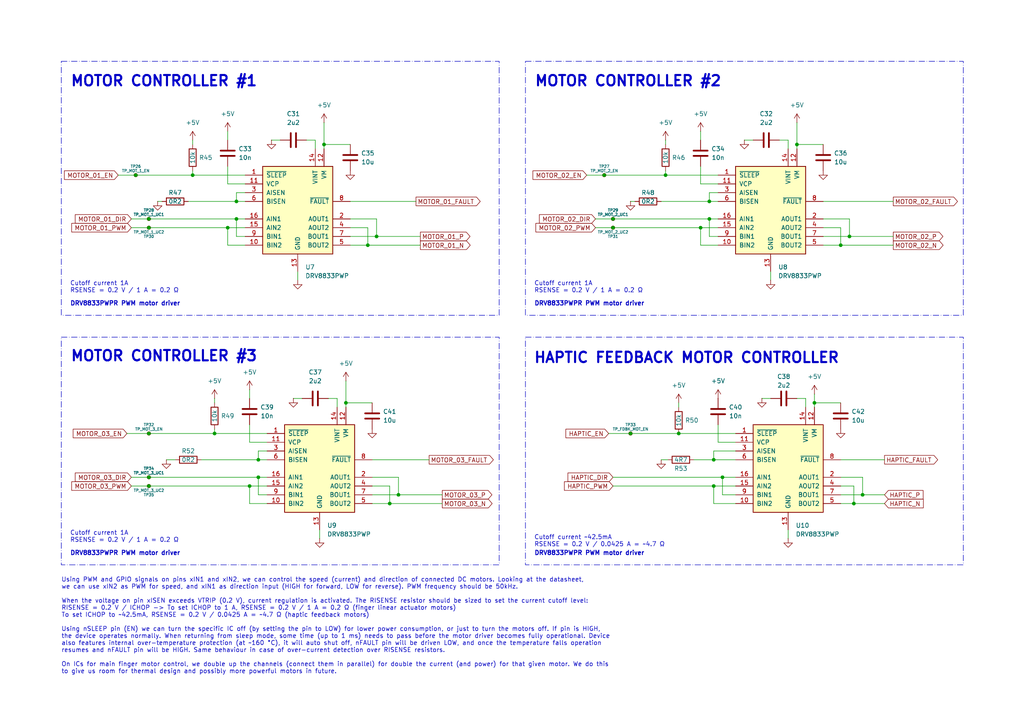
<source format=kicad_sch>
(kicad_sch (version 20231120) (generator "eeschema") (generator_version "8.0")
  (paper "A4")
  (title_block (title "OpenHand prosthetic hand controller project") (date "2024-01-31") (rev "v1.0") (comment 1 "Aleksa Heler"))
  (lib_symbols
    (symbol "Connector:TestPoint_Small" (pin_numbers hide) (pin_names (offset 0.762) hide)
      (property "Reference" "TP" (at 0 3.81 0))
      (property "Value" "TestPoint_Small" (at 0 2.032 0))
      (symbol "TestPoint_Small_0_1"
        (circle (center 0 0) (radius 0.508))
      )
      (symbol "TestPoint_Small_1_1"
        (pin passive line (at 0 0 90) (length 0) (name "1") (number "1"))
      )
    )
    (symbol "DRV8833PWP_1" (pin_names (offset 1.016))
      (property "Reference" "U" (at -3.81 16.51 0))
      (property "Value" "DRV8833PWP" (at -3.81 13.97 0))
      (symbol "DRV8833PWP_1_0_1"
        (rectangle (start -10.16 12.7) (end 10.16 -12.7) (stroke (width 0.254)) (fill (type background)))
      )
      (symbol "DRV8833PWP_1_1_1"
        (pin input line (at -15.24 10.16 0) (length 5.08) (name "~{SLEEP}") (number "1"))
        (pin input line (at -15.24 -10.16 0) (length 5.08) (name "BIN2") (number "10"))
        (pin bidirectional line (at -15.24 7.62 0) (length 5.08) (name "VCP") (number "11"))
        (pin power_in line (at 7.62 17.78 270) (length 5.08) (name "VM") (number "12"))
        (pin power_in line (at 0 -17.78 90) (length 5.08) (name "GND") (number "13"))
        (pin power_in line (at 5.08 17.78 270) (length 5.08) (name "VINT") (number "14"))
        (pin input line (at -15.24 -5.08 0) (length 5.08) (name "AIN2") (number "15"))
        (pin input line (at -15.24 -2.54 0) (length 5.08) (name "AIN1") (number "16"))
        (pin passive line (at 0 -17.78 90) (length 5.08) hide (name "GND") (number "17"))
        (pin power_out line (at 15.24 -2.54 180) (length 5.08) (name "AOUT1") (number "2"))
        (pin bidirectional line (at -15.24 5.08 0) (length 5.08) (name "AISEN") (number "3"))
        (pin power_out line (at 15.24 -5.08 180) (length 5.08) (name "AOUT2") (number "4"))
        (pin power_out line (at 15.24 -10.16 180) (length 5.08) (name "BOUT2") (number "5"))
        (pin bidirectional line (at -15.24 2.54 0) (length 5.08) (name "BISEN") (number "6"))
        (pin power_out line (at 15.24 -7.62 180) (length 5.08) (name "BOUT1") (number "7"))
        (pin open_collector line (at 15.24 2.54 180) (length 5.08) (name "~{FAULT}") (number "8"))
        (pin input line (at -15.24 -7.62 0) (length 5.08) (name "BIN1") (number "9"))
      )
    )
    (symbol "Device:C" (pin_numbers hide) (pin_names (offset 0.254))
      (property "Reference" "C" (at 0.635 2.54 0))
      (property "Value" "C" (at 0.635 -2.54 0))
      (symbol "C_0_1"
        (polyline (pts (xy -2.032 -0.762) (xy 2.032 -0.762)) (stroke (width 0.508)))
        (polyline (pts (xy -2.032 0.762) (xy 2.032 0.762)) (stroke (width 0.508)))
      )
      (symbol "C_1_1"
        (pin passive line (at 0 3.81 270) (length 2.794) (name "~") (number "1"))
        (pin passive line (at 0 -3.81 90) (length 2.794) (name "~") (number "2"))
      )
    )
    (symbol "Device:R" (pin_numbers hide) (pin_names (offset 0))
      (property "Reference" "R" (at 2.032 0 90))
      (property "Value" "R" (at 0 0 90))
      (symbol "R_0_1"
        (rectangle (start -1.016 -2.54) (end 1.016 2.54) (stroke (width 0.254)))
      )
      (symbol "R_1_1"
        (pin passive line (at 0 3.81 270) (length 1.27) (name "~") (number "1"))
        (pin passive line (at 0 -3.81 90) (length 1.27) (name "~") (number "2"))
      )
    )
    (symbol "power:+5V" (power) (pin_numbers hide) (pin_names (offset 0) hide)
      (property "Value" "+5V" (at 0 3.556 0))
      (symbol "+5V_0_1"
        (polyline (pts (xy -0.762 1.27) (xy 0 2.54)))
        (polyline (pts (xy 0 0) (xy 0 2.54)))
        (polyline (pts (xy 0 2.54) (xy 0.762 1.27)))
      )
      (symbol "+5V_1_1"
        (pin power_in line (at 0 0 90) (length 0) (name "~") (number "1"))
      )
    )
    (symbol "power:GND" (power) (pin_numbers hide) (pin_names (offset 0) hide)
      (property "Value" "GND" (at 0 -3.81 0))
      (symbol "GND_0_1"
        (polyline (pts (xy 0 0) (xy 0 -1.27) (xy 1.27 -1.27) (xy 0 -2.54) (xy -1.27 -1.27) (xy 0 -1.27)))
      )
      (symbol "GND_1_1"
        (pin power_in line (at 0 0 270) (length 0) (name "~") (number "1"))
      )
    )
  )
  (junction (at 74.93 138.43))
  (junction (at 193.04 50.8))
  (junction (at 247.65 146.05))
  (junction (at 205.74 63.5))
  (junction (at 93.98 41.91))
  (junction (at 207.01 140.97))
  (junction (at 175.26 50.8))
  (junction (at 177.8 66.04))
  (junction (at 68.58 58.42))
  (junction (at 62.23 125.73))
  (junction (at 43.18 66.04))
  (junction (at 74.93 133.35))
  (junction (at 55.88 50.8))
  (junction (at 205.74 58.42))
  (junction (at 196.85 125.73))
  (junction (at 243.84 71.12))
  (junction (at 209.55 138.43))
  (junction (at 246.38 68.58))
  (junction (at 72.39 140.97))
  (junction (at 113.03 146.05))
  (junction (at 109.22 68.58))
  (junction (at 43.18 63.5))
  (junction (at 231.14 41.91))
  (junction (at 207.01 133.35))
  (junction (at 43.18 140.97))
  (junction (at 43.18 138.43))
  (junction (at 43.18 125.73))
  (junction (at 182.88 125.73))
  (junction (at 39.37 50.8))
  (junction (at 68.58 63.5))
  (junction (at 115.57 143.51))
  (junction (at 250.19 143.51))
  (junction (at 100.33 116.84))
  (junction (at 203.2 66.04))
  (junction (at 66.04 66.04))
  (junction (at 177.8 63.5))
  (junction (at 236.22 116.84))
  (junction (at 106.68 71.12))
  (wire (pts (xy 203.2 66.04) (xy 203.2 71.12)))
  (wire (pts (xy 106.68 71.12) (xy 101.6 71.12)))
  (wire (pts (xy 66.04 53.34) (xy 71.12 53.34)))
  (wire (pts (xy 68.58 68.58) (xy 71.12 68.58)))
  (wire (pts (xy 66.04 38.1) (xy 66.04 40.64)))
  (wire (pts (xy 71.12 66.04) (xy 66.04 66.04)))
  (wire (pts (xy 209.55 143.51) (xy 209.55 138.43)))
  (wire (pts (xy 86.36 78.74) (xy 86.36 81.28)))
  (wire (pts (xy 106.68 66.04) (xy 106.68 71.12)))
  (wire (pts (xy 201.295 133.35) (xy 207.01 133.35)))
  (wire (pts (xy 107.95 143.51) (xy 115.57 143.51)))
  (wire (pts (xy 175.26 50.8) (xy 193.04 50.8)))
  (wire (pts (xy 205.74 55.88) (xy 205.74 58.42)))
  (wire (pts (xy 209.55 138.43) (xy 213.36 138.43)))
  (wire (pts (xy 233.68 115.57) (xy 233.68 118.11)))
  (wire (pts (xy 205.74 58.42) (xy 208.28 58.42)))
  (wire (pts (xy 113.03 140.97) (xy 113.03 146.05)))
  (wire (pts (xy 207.01 140.97) (xy 213.36 140.97)))
  (wire (pts (xy 38.1 63.5) (xy 43.18 63.5)))
  (wire (pts (xy 107.95 133.35) (xy 124.46 133.35)))
  (wire (pts (xy 250.19 143.51) (xy 256.54 143.51)))
  (wire (pts (xy 85.09 115.57) (xy 87.63 115.57)))
  (wire (pts (xy 43.18 63.5) (xy 68.58 63.5)))
  (wire (pts (xy 238.76 66.04) (xy 243.84 66.04)))
  (wire (pts (xy 106.68 71.12) (xy 121.92 71.12)))
  (wire (pts (xy 170.18 50.8) (xy 175.26 50.8)))
  (wire (pts (xy 101.6 58.42) (xy 120.65 58.42)))
  (wire (pts (xy 193.04 40.64) (xy 193.04 41.91)))
  (wire (pts (xy 93.98 41.91) (xy 93.98 43.18)))
  (wire (pts (xy 38.1 140.97) (xy 43.18 140.97)))
  (wire (pts (xy 203.2 53.34) (xy 208.28 53.34)))
  (wire (pts (xy 247.65 140.97) (xy 247.65 146.05)))
  (wire (pts (xy 66.04 48.26) (xy 66.04 53.34)))
  (wire (pts (xy 215.9 40.64) (xy 218.44 40.64)))
  (wire (pts (xy 68.58 63.5) (xy 68.58 68.58)))
  (wire (pts (xy 93.98 35.56) (xy 93.98 41.91)))
  (wire (pts (xy 101.6 66.04) (xy 106.68 66.04)))
  (wire (pts (xy 208.28 123.19) (xy 208.28 128.27)))
  (wire (pts (xy 107.95 140.97) (xy 113.03 140.97)))
  (wire (pts (xy 101.6 68.58) (xy 109.22 68.58)))
  (wire (pts (xy 182.88 58.42) (xy 184.15 58.42)))
  (wire (pts (xy 207.01 130.81) (xy 213.36 130.81)))
  (wire (pts (xy 177.8 140.97) (xy 207.01 140.97)))
  (wire (pts (xy 109.22 68.58) (xy 121.92 68.58)))
  (wire (pts (xy 176.53 125.73) (xy 182.88 125.73)))
  (wire (pts (xy 243.84 138.43) (xy 250.19 138.43)))
  (wire (pts (xy 72.39 113.03) (xy 72.39 115.57)))
  (wire (pts (xy 220.98 115.57) (xy 223.52 115.57)))
  (wire (pts (xy 191.77 133.35) (xy 193.675 133.35)))
  (wire (pts (xy 213.36 146.05) (xy 207.01 146.05)))
  (wire (pts (xy 74.93 133.35) (xy 77.47 133.35)))
  (wire (pts (xy 177.8 63.5) (xy 205.74 63.5)))
  (wire (pts (xy 236.22 116.84) (xy 243.84 116.84)))
  (wire (pts (xy 231.14 41.91) (xy 231.14 43.18)))
  (wire (pts (xy 71.12 63.5) (xy 68.58 63.5)))
  (wire (pts (xy 228.6 153.67) (xy 228.6 156.21)))
  (wire (pts (xy 74.93 138.43) (xy 74.93 143.51)))
  (wire (pts (xy 55.88 40.64) (xy 55.88 41.91)))
  (wire (pts (xy 246.38 63.5) (xy 246.38 68.58)))
  (wire (pts (xy 177.8 138.43) (xy 209.55 138.43)))
  (wire (pts (xy 213.36 143.51) (xy 209.55 143.51)))
  (wire (pts (xy 62.23 125.73) (xy 77.47 125.73)))
  (wire (pts (xy 203.2 48.26) (xy 203.2 53.34)))
  (wire (pts (xy 205.74 63.5) (xy 208.28 63.5)))
  (wire (pts (xy 203.2 38.1) (xy 203.2 40.64)))
  (wire (pts (xy 172.72 63.5) (xy 177.8 63.5)))
  (wire (pts (xy 223.52 78.74) (xy 223.52 81.28)))
  (wire (pts (xy 77.47 130.81) (xy 74.93 130.81)))
  (wire (pts (xy 54.61 58.42) (xy 68.58 58.42)))
  (wire (pts (xy 43.18 125.73) (xy 62.23 125.73)))
  (wire (pts (xy 238.76 63.5) (xy 246.38 63.5)))
  (wire (pts (xy 177.8 66.04) (xy 203.2 66.04)))
  (wire (pts (xy 231.14 41.91) (xy 238.76 41.91)))
  (wire (pts (xy 43.18 140.97) (xy 72.39 140.97)))
  (wire (pts (xy 207.01 133.35) (xy 213.36 133.35)))
  (wire (pts (xy 203.2 66.04) (xy 208.28 66.04)))
  (wire (pts (xy 193.04 49.53) (xy 193.04 50.8)))
  (wire (pts (xy 243.84 66.04) (xy 243.84 71.12)))
  (wire (pts (xy 243.84 71.12) (xy 238.76 71.12)))
  (wire (pts (xy 43.18 138.43) (xy 74.93 138.43)))
  (wire (pts (xy 48.26 133.35) (xy 50.8 133.35)))
  (wire (pts (xy 43.18 66.04) (xy 66.04 66.04)))
  (wire (pts (xy 100.33 110.49) (xy 100.33 116.84)))
  (wire (pts (xy 231.14 35.56) (xy 231.14 41.91)))
  (wire (pts (xy 71.12 55.88) (xy 68.58 55.88)))
  (wire (pts (xy 243.84 133.35) (xy 256.54 133.35)))
  (wire (pts (xy 246.38 68.58) (xy 259.08 68.58)))
  (wire (pts (xy 236.22 116.84) (xy 236.22 118.11)))
  (wire (pts (xy 113.03 146.05) (xy 128.27 146.05)))
  (wire (pts (xy 55.88 49.53) (xy 55.88 50.8)))
  (wire (pts (xy 62.23 124.46) (xy 62.23 125.73)))
  (wire (pts (xy 58.42 133.35) (xy 74.93 133.35)))
  (wire (pts (xy 39.37 50.8) (xy 55.88 50.8)))
  (wire (pts (xy 74.93 130.81) (xy 74.93 133.35)))
  (wire (pts (xy 38.1 138.43) (xy 43.18 138.43)))
  (wire (pts (xy 100.33 116.84) (xy 107.95 116.84)))
  (wire (pts (xy 97.79 115.57) (xy 97.79 118.11)))
  (wire (pts (xy 100.33 116.84) (xy 100.33 118.11)))
  (wire (pts (xy 236.22 114.3) (xy 236.22 116.84)))
  (wire (pts (xy 92.71 153.67) (xy 92.71 156.21)))
  (wire (pts (xy 78.74 40.64) (xy 81.28 40.64)))
  (wire (pts (xy 107.95 138.43) (xy 115.57 138.43)))
  (wire (pts (xy 93.98 41.91) (xy 101.6 41.91)))
  (wire (pts (xy 72.39 123.19) (xy 72.39 128.27)))
  (wire (pts (xy 243.84 146.05) (xy 247.65 146.05)))
  (wire (pts (xy 243.84 140.97) (xy 247.65 140.97)))
  (wire (pts (xy 193.04 50.8) (xy 208.28 50.8)))
  (wire (pts (xy 72.39 128.27) (xy 77.47 128.27)))
  (wire (pts (xy 115.57 143.51) (xy 128.27 143.51)))
  (wire (pts (xy 55.88 50.8) (xy 71.12 50.8)))
  (wire (pts (xy 231.14 115.57) (xy 233.68 115.57)))
  (wire (pts (xy 77.47 138.43) (xy 74.93 138.43)))
  (wire (pts (xy 205.74 63.5) (xy 205.74 68.58)))
  (wire (pts (xy 36.83 125.73) (xy 43.18 125.73)))
  (wire (pts (xy 247.65 146.05) (xy 256.54 146.05)))
  (wire (pts (xy 182.88 125.73) (xy 196.85 125.73)))
  (wire (pts (xy 66.04 66.04) (xy 66.04 71.12)))
  (wire (pts (xy 45.72 58.42) (xy 46.99 58.42)))
  (wire (pts (xy 243.84 71.12) (xy 259.08 71.12)))
  (wire (pts (xy 203.2 71.12) (xy 208.28 71.12)))
  (wire (pts (xy 115.57 138.43) (xy 115.57 143.51)))
  (wire (pts (xy 207.01 146.05) (xy 207.01 140.97)))
  (wire (pts (xy 250.19 138.43) (xy 250.19 143.51)))
  (wire (pts (xy 72.39 146.05) (xy 77.47 146.05)))
  (wire (pts (xy 77.47 140.97) (xy 72.39 140.97)))
  (wire (pts (xy 238.76 68.58) (xy 246.38 68.58)))
  (wire (pts (xy 208.28 55.88) (xy 205.74 55.88)))
  (wire (pts (xy 196.85 116.84) (xy 196.85 118.11)))
  (wire (pts (xy 243.84 143.51) (xy 250.19 143.51)))
  (wire (pts (xy 74.93 143.51) (xy 77.47 143.51)))
  (wire (pts (xy 191.77 58.42) (xy 205.74 58.42)))
  (wire (pts (xy 62.23 115.57) (xy 62.23 116.84)))
  (wire (pts (xy 101.6 63.5) (xy 109.22 63.5)))
  (wire (pts (xy 109.22 68.58) (xy 109.22 63.5)))
  (wire (pts (xy 34.29 50.8) (xy 39.37 50.8)))
  (wire (pts (xy 91.44 40.64) (xy 91.44 43.18)))
  (wire (pts (xy 38.1 66.04) (xy 43.18 66.04)))
  (wire (pts (xy 68.58 58.42) (xy 71.12 58.42)))
  (wire (pts (xy 207.01 130.81) (xy 207.01 133.35)))
  (wire (pts (xy 205.74 68.58) (xy 208.28 68.58)))
  (wire (pts (xy 238.76 58.42) (xy 259.08 58.42)))
  (wire (pts (xy 95.25 115.57) (xy 97.79 115.57)))
  (wire (pts (xy 66.04 71.12) (xy 71.12 71.12)))
  (wire (pts (xy 72.39 140.97) (xy 72.39 146.05)))
  (wire (pts (xy 113.03 146.05) (xy 107.95 146.05)))
  (wire (pts (xy 88.9 40.64) (xy 91.44 40.64)))
  (wire (pts (xy 172.72 66.04) (xy 177.8 66.04)))
  (wire (pts (xy 68.58 55.88) (xy 68.58 58.42)))
  (wire (pts (xy 196.85 125.73) (xy 213.36 125.73)))
  (wire (pts (xy 208.28 128.27) (xy 213.36 128.27)))
  (wire (pts (xy 228.6 40.64) (xy 228.6 43.18)))
  (wire (pts (xy 226.06 40.64) (xy 228.6 40.64)))
  (rectangle (start 17.78 97.79) (end 144.78 163.83) (stroke (width 0) (type dash_dot)))
  (rectangle (start 17.78 17.78) (end 144.78 91.44) (stroke (width 0) (type dash_dot)))
  (rectangle (start 152.4 97.79) (end 279.4 163.83) (stroke (width 0) (type dash_dot)))
  (rectangle (start 152.4 17.78) (end 279.4 91.44) (stroke (width 0) (type dash_dot)))
  (text "Cutoff current 1A\nRSENSE = 0.2 V / 1 A = 0.2 Ω" (at 154.94 85.09 0) (effects (font (size 1.27 1.27)) (justify left bottom)))
  (text "MOTOR CONTROLLER #1" (at 20.32 25.4 0) (effects (font (size 3 3) (thickness 0.6) (bold yes)) (justify left bottom)))
  (text "DRV8833PWPR PWM motor driver" (at 154.94 161.29 0) (effects (font (size 1.27 1.27) (thickness 0.254) (bold yes)) (justify left bottom)))
  (text "DRV8833PWPR PWM motor driver" (at 20.32 161.29 0) (effects (font (size 1.27 1.27) (thickness 0.254) (bold yes)) (justify left bottom)))
  (text "HAPTIC FEEDBACK MOTOR CONTROLLER" (at 154.686 105.664 0) (effects (font (size 3 3) (thickness 0.6) (bold yes)) (justify left bottom)))
  (text "Using PWM and GPIO signals on pins xIN1 and xIN2, we can control the speed (current) and direction of connected DC motors. Looking at the datasheet, \nwe can use xIN2 as PWM for speed, and xIN1 as direction input (HIGH for forward, LOW for reverse). PWM frequency should be 50kHz.\n\nWhen the voltage on pin xISEN exceeds VTRIP (0.2 V), current regulation is activated. The RISENSE resistor should be sized to set the current cutoff level:\nRISENSE = 0.2 V / ICHOP -> To set ICHOP to 1 A, RSENSE = 0.2 V / 1 A = 0.2 Ω (finger linear actuator motors)\nTo set ICHOP to ~42.5mA, RSENSE = 0.2 V / 0.0425 A = ~4.7 Ω (haptic feedback motors)\n\nUsing nSLEEP pin (EN) we can turn the specific IC off (by setting the pin to LOW) for lower power consumption, or just to turn the motors off. If pin is HIGH, \nthe device operates normally. When returning from sleep mode, some time (up to 1 ms) needs to pass before the motor driver becomes fully operational. Device \nalso features internal over-temperature protection (at ~160 °C), it will auto shut off, nFAULT pin will be driven LOW, and once the temperature falls operation \nresumes and nFAULT pin will be HIGH. Same behaviour in case of over-current detection over RISENSE resistors.\n\nOn ICs for main finger motor control, we double up the channels (connect them in parallel) for double the current (and power) for that given motor. We do this \nto give us room for thermal design and possibly more powerful motors in future." (at 17.78 195.58 0) (effects (font (size 1.27 1.27)) (justify left bottom)))
  (text "MOTOR CONTROLLER #3" (at 20.32 105.156 0) (effects (font (size 3 3) (thickness 0.6) (bold yes)) (justify left bottom)))
  (text "MOTOR CONTROLLER #2" (at 154.94 25.4 0) (effects (font (size 3 3) (thickness 0.6) (bold yes)) (justify left bottom)))
  (text "DRV8833PWPR PWM motor driver" (at 20.32 88.9 0) (effects (font (size 1.27 1.27) (thickness 0.254) (bold yes)) (justify left bottom)))
  (text "Cutoff current 1A\nRSENSE = 0.2 V / 1 A = 0.2 Ω" (at 20.32 85.09 0) (effects (font (size 1.27 1.27)) (justify left bottom)))
  (text "Cutoff current ~42.5mA\nRSENSE = 0.2 V / 0.0425 A = ~4.7 Ω" (at 154.94 158.75 0) (effects (font (size 1.27 1.27)) (justify left bottom)))
  (text "DRV8833PWPR PWM motor driver" (at 154.94 88.9 0) (effects (font (size 1.27 1.27) (thickness 0.254) (bold yes)) (justify left bottom)))
  (text "Cutoff current 1A\nRSENSE = 0.2 V / 1 A = 0.2 Ω" (at 20.32 157.48 0) (effects (font (size 1.27 1.27)) (justify left bottom)))
  (global_label "MOTOR_01_DIR" (shape input) (at 38.1 63.5 180) (property "Intersheetrefs" "${INTERSHEET_REFS}" (effects (hide yes))))
  (global_label "MOTOR_01_EN" (shape input) (at 34.29 50.8 180) (property "Intersheetrefs" "${INTERSHEET_REFS}" (effects (hide yes))))
  (global_label "MOTOR_03_N" (shape output) (at 128.27 146.05 0) (property "Intersheetrefs" "${INTERSHEET_REFS}" (effects (hide yes))))
  (global_label "MOTOR_02_N" (shape output) (at 259.08 71.12 0) (property "Intersheetrefs" "${INTERSHEET_REFS}" (effects (hide yes))))
  (global_label "MOTOR_02_EN" (shape input) (at 170.18 50.8 180) (property "Intersheetrefs" "${INTERSHEET_REFS}" (effects (hide yes))))
  (global_label "HAPTIC_P" (shape input) (at 256.54 143.51 0) (property "Intersheetrefs" "${INTERSHEET_REFS}" (effects (hide yes))))
  (global_label "HAPTIC_DIR" (shape input) (at 177.8 138.43 180) (property "Intersheetrefs" "${INTERSHEET_REFS}" (effects (hide yes))))
  (global_label "MOTOR_02_FAULT" (shape output) (at 259.08 58.42 0) (property "Intersheetrefs" "${INTERSHEET_REFS}" (effects (hide yes))))
  (global_label "HAPTIC_FAULT" (shape output) (at 256.54 133.35 0) (property "Intersheetrefs" "${INTERSHEET_REFS}" (effects (hide yes))))
  (global_label "MOTOR_01_N" (shape output) (at 121.92 71.12 0) (property "Intersheetrefs" "${INTERSHEET_REFS}" (effects (hide yes))))
  (global_label "MOTOR_01_P" (shape output) (at 121.92 68.58 0) (property "Intersheetrefs" "${INTERSHEET_REFS}" (effects (hide yes))))
  (global_label "MOTOR_03_DIR" (shape input) (at 38.1 138.43 180) (property "Intersheetrefs" "${INTERSHEET_REFS}" (effects (hide yes))))
  (global_label "MOTOR_03_P" (shape output) (at 128.27 143.51 0) (property "Intersheetrefs" "${INTERSHEET_REFS}" (effects (hide yes))))
  (global_label "MOTOR_01_PWM" (shape input) (at 38.1 66.04 180) (property "Intersheetrefs" "${INTERSHEET_REFS}" (effects (hide yes))))
  (global_label "MOTOR_02_PWM" (shape input) (at 172.72 66.04 180) (property "Intersheetrefs" "${INTERSHEET_REFS}" (effects (hide yes))))
  (global_label "HAPTIC_N" (shape input) (at 256.54 146.05 0) (property "Intersheetrefs" "${INTERSHEET_REFS}" (effects (hide yes))))
  (global_label "MOTOR_01_FAULT" (shape output) (at 120.65 58.42 0) (property "Intersheetrefs" "${INTERSHEET_REFS}" (effects (hide yes))))
  (global_label "HAPTIC_EN" (shape input) (at 176.53 125.73 180) (property "Intersheetrefs" "${INTERSHEET_REFS}" (effects (hide yes))))
  (global_label "MOTOR_03_PWM" (shape input) (at 38.1 140.97 180) (property "Intersheetrefs" "${INTERSHEET_REFS}" (effects (hide yes))))
  (global_label "HAPTIC_PWM" (shape input) (at 177.8 140.97 180) (property "Intersheetrefs" "${INTERSHEET_REFS}" (effects (hide yes))))
  (global_label "MOTOR_02_P" (shape output) (at 259.08 68.58 0) (property "Intersheetrefs" "${INTERSHEET_REFS}" (effects (hide yes))))
  (global_label "MOTOR_03_EN" (shape input) (at 36.83 125.73 180) (property "Intersheetrefs" "${INTERSHEET_REFS}" (effects (hide yes))))
  (global_label "MOTOR_02_DIR" (shape input) (at 172.72 63.5 180) (property "Intersheetrefs" "${INTERSHEET_REFS}" (effects (hide yes))))
  (global_label "MOTOR_03_FAULT" (shape output) (at 124.46 133.35 0) (property "Intersheetrefs" "${INTERSHEET_REFS}" (effects (hide yes))))
  (symbol (lib_id "power:+5V") (at 62.23 115.57 0) (unit 1)
    (property "Reference" "#PWR083" (effects (hide yes)))
    (property "Value" "+5V" (at 62.23 110.49 0))
    (property "Description" "Power symbol creates a global label with name \"+5V\"" (effects (hide yes)))
  )
  (symbol (lib_name "DRV8833PWP_1") (lib_id "Driver_Motor:DRV8833PWP") (at 223.52 60.96 0) (unit 1)
    (property "Reference" "U8" (at 225.7141 77.47 0) (effects (justify left)))
    (property "Value" "DRV8833PWP" (at 225.7141 80.01 0) (effects (justify left)))
    (property "Footprint" "Package_SO:HTSSOP-16-1EP_4.4x5mm_P0.65mm_EP3.4x5mm_Mask2.46x2.31mm_ThermalVias" (effects (hide yes)))
    (property "Datasheet" "http://www.ti.com/lit/ds/symlink/drv8833.pdf" (effects (hide yes)))
    (property "Description" "Dual H-Bridge Motor Driver, HTSSOP-16" (effects (hide yes)))
  )
  (symbol (lib_id "Device:C") (at 101.6 45.72 0) (unit 1)
    (property "Reference" "C35" (at 106.68 44.45 0))
    (property "Value" "10u" (at 106.68 46.99 0))
    (property "Footprint" "Capacitor_SMD:C_0805_2012Metric" (effects (hide yes)))
  )
  (symbol (lib_id "Device:C") (at 208.28 119.38 0) (unit 1)
    (property "Reference" "C40" (at 213.36 118.11 0))
    (property "Value" "10n" (at 213.36 120.65 0))
    (property "Footprint" "Capacitor_SMD:C_0805_2012Metric" (effects (hide yes)))
  )
  (symbol (lib_id "power:+5V") (at 193.04 40.64 0) (unit 1)
    (property "Reference" "#PWR072" (effects (hide yes)))
    (property "Value" "+5V" (at 193.04 35.56 0))
    (property "Description" "Power symbol creates a global label with name \"+5V\"" (effects (hide yes)))
  )
  (symbol (lib_id "power:GND") (at 215.9 40.64 0) (unit 1)
    (property "Reference" "#PWR073" (effects (hide yes)))
    (property "Value" "GND" (effects (hide yes)))
    (property "Description" "Power symbol creates a global label with name \"GND\" , ground" (effects (hide yes)))
  )
  (symbol (lib_id "power:GND") (at 238.76 49.53 0) (unit 1)
    (property "Reference" "#PWR075" (effects (hide yes)))
    (property "Value" "GND" (effects (hide yes)))
    (property "Description" "Power symbol creates a global label with name \"GND\" , ground" (effects (hide yes)))
  )
  (symbol (lib_id "power:GND") (at 48.26 133.35 0) (unit 1)
    (property "Reference" "#PWR090" (effects (hide yes)))
    (property "Value" "GND" (effects (hide yes)))
    (property "Description" "Power symbol creates a global label with name \"GND\" , ground" (effects (hide yes)))
  )
  (symbol (lib_id "power:GND") (at 107.95 124.46 0) (unit 1)
    (property "Reference" "#PWR088" (effects (hide yes)))
    (property "Value" "GND" (effects (hide yes)))
    (property "Description" "Power symbol creates a global label with name \"GND\" , ground" (effects (hide yes)))
  )
  (symbol (lib_id "Device:R") (at 62.23 120.65 180) (unit 1)
    (property "Reference" "R49" (at 66.04 120.65 0))
    (property "Value" "10k" (at 62.23 120.65 90))
    (property "Footprint" "Resistor_SMD:R_0805_2012Metric" (effects (hide yes)))
  )
  (symbol (lib_id "Connector:TestPoint_Small") (at 182.88 125.73 180) (unit 1)
    (property "Reference" "TP33" (at 182.88 123.19 0) (effects (font (size 0.8 0.8))))
    (property "Value" "TP_FDBK_MOT_EN" (at 182.88 124.46 0) (effects (font (size 0.8 0.8))))
    (property "Footprint" "TestPoint:TestPoint_Pad_D1.0mm" (effects (hide yes)))
  )
  (symbol (lib_id "Device:C") (at 238.76 45.72 0) (unit 1)
    (property "Reference" "C36" (at 243.84 44.45 0))
    (property "Value" "10u" (at 243.84 46.99 0))
    (property "Footprint" "Capacitor_SMD:C_0805_2012Metric" (effects (hide yes)))
  )
  (symbol (lib_id "Connector:TestPoint_Small") (at 177.8 63.5 180) (unit 1)
    (property "Reference" "TP29" (at 177.8 60.96 0) (effects (font (size 0.8 0.8))))
    (property "Value" "TP_MOT_2_UC1" (at 177.8 62.23 0) (effects (font (size 0.8 0.8))))
    (property "Footprint" "TestPoint:TestPoint_Pad_D1.0mm" (effects (hide yes)))
  )
  (symbol (lib_id "Connector:TestPoint_Small") (at 39.37 50.8 180) (unit 1)
    (property "Reference" "TP26" (at 39.37 48.26 0) (effects (font (size 0.8 0.8))))
    (property "Value" "TP_MOT_1_EN" (at 39.37 49.53 0) (effects (font (size 0.8 0.8))))
    (property "Footprint" "TestPoint:TestPoint_Pad_D1.0mm" (effects (hide yes)))
  )
  (symbol (lib_id "Device:C") (at 91.44 115.57 90) (unit 1)
    (property "Reference" "C37" (at 91.44 107.95 90))
    (property "Value" "2u2" (at 91.44 110.49 90))
    (property "Footprint" "Capacitor_SMD:C_0805_2012Metric" (effects (hide yes)))
  )
  (symbol (lib_id "power:+5V") (at 66.04 38.1 0) (unit 1)
    (property "Reference" "#PWR068" (effects (hide yes)))
    (property "Value" "+5V" (at 66.04 33.02 0))
    (property "Description" "Power symbol creates a global label with name \"+5V\"" (effects (hide yes)))
  )
  (symbol (lib_id "power:+5V") (at 196.85 116.84 0) (unit 1)
    (property "Reference" "#PWR087" (effects (hide yes)))
    (property "Value" "+5V" (at 196.85 111.76 0))
    (property "Description" "Power symbol creates a global label with name \"+5V\"" (effects (hide yes)))
  )
  (symbol (lib_id "power:+5V") (at 231.14 35.56 0) (unit 1)
    (property "Reference" "#PWR067" (effects (hide yes)))
    (property "Value" "+5V" (at 231.14 30.48 0))
    (property "Description" "Power symbol creates a global label with name \"+5V\"" (effects (hide yes)))
  )
  (symbol (lib_id "power:+5V") (at 100.33 110.49 0) (unit 1)
    (property "Reference" "#PWR080" (effects (hide yes)))
    (property "Value" "+5V" (at 100.33 105.41 0))
    (property "Description" "Power symbol creates a global label with name \"+5V\"" (effects (hide yes)))
  )
  (symbol (lib_id "power:GND") (at 86.36 81.28 0) (unit 1)
    (property "Reference" "#PWR078" (effects (hide yes)))
    (property "Value" "GND" (effects (hide yes)))
    (property "Description" "Power symbol creates a global label with name \"GND\" , ground" (effects (hide yes)))
  )
  (symbol (lib_id "power:GND") (at 228.6 156.21 0) (unit 1)
    (property "Reference" "#PWR093" (effects (hide yes)))
    (property "Value" "GND" (effects (hide yes)))
    (property "Description" "Power symbol creates a global label with name \"GND\" , ground" (effects (hide yes)))
  )
  (symbol (lib_id "power:+5V") (at 236.22 114.3 0) (unit 1)
    (property "Reference" "#PWR082" (effects (hide yes)))
    (property "Value" "+5V" (at 236.22 109.22 0))
    (property "Description" "Power symbol creates a global label with name \"+5V\"" (effects (hide yes)))
  )
  (symbol (lib_id "Device:C") (at 222.25 40.64 90) (unit 1)
    (property "Reference" "C32" (at 222.25 33.02 90))
    (property "Value" "2u2" (at 222.25 35.56 90))
    (property "Footprint" "Capacitor_SMD:C_0805_2012Metric" (effects (hide yes)))
  )
  (symbol (lib_name "DRV8833PWP_1") (lib_id "Driver_Motor:DRV8833PWP") (at 92.71 135.89 0) (unit 1)
    (property "Reference" "U9" (at 94.9041 152.4 0) (effects (justify left)))
    (property "Value" "DRV8833PWP" (at 94.9041 154.94 0) (effects (justify left)))
    (property "Footprint" "Package_SO:HTSSOP-16-1EP_4.4x5mm_P0.65mm_EP3.4x5mm_Mask2.46x2.31mm_ThermalVias" (effects (hide yes)))
    (property "Datasheet" "http://www.ti.com/lit/ds/symlink/drv8833.pdf" (effects (hide yes)))
    (property "Description" "Dual H-Bridge Motor Driver, HTSSOP-16" (effects (hide yes)))
  )
  (symbol (lib_id "Device:R") (at 187.96 58.42 90) (unit 1)
    (property "Reference" "R48" (at 187.96 55.88 90))
    (property "Value" "0R2" (at 187.96 58.42 90))
    (property "Footprint" "Resistor_SMD:R_1206_3216Metric" (effects (hide yes)))
  )
  (symbol (lib_id "Connector:TestPoint_Small") (at 177.8 66.04 0) (unit 1)
    (property "Reference" "TP31" (at 177.8 68.58 0) (effects (font (size 0.8 0.8))))
    (property "Value" "TP_MOT_2_UC2" (at 177.8 67.31 0) (effects (font (size 0.8 0.8))))
    (property "Footprint" "TestPoint:TestPoint_Pad_D1.0mm" (effects (hide yes)))
  )
  (symbol (lib_id "power:GND") (at 45.72 58.42 0) (unit 1)
    (property "Reference" "#PWR076" (effects (hide yes)))
    (property "Value" "GND" (effects (hide yes)))
    (property "Description" "Power symbol creates a global label with name \"GND\" , ground" (effects (hide yes)))
  )
  (symbol (lib_id "power:GND") (at 191.77 133.35 0) (unit 1)
    (property "Reference" "#PWR091" (effects (hide yes)))
    (property "Value" "GND" (effects (hide yes)))
    (property "Description" "Power symbol creates a global label with name \"GND\" , ground" (effects (hide yes)))
  )
  (symbol (lib_name "DRV8833PWP_1") (lib_id "Driver_Motor:DRV8833PWP") (at 86.36 60.96 0) (unit 1)
    (property "Reference" "U7" (at 88.5541 77.47 0) (effects (justify left)))
    (property "Value" "DRV8833PWP" (at 88.5541 80.01 0) (effects (justify left)))
    (property "Footprint" "Package_SO:HTSSOP-16-1EP_4.4x5mm_P0.65mm_EP3.4x5mm_Mask2.46x2.31mm_ThermalVias" (effects (hide yes)))
    (property "Datasheet" "http://www.ti.com/lit/ds/symlink/drv8833.pdf" (effects (hide yes)))
    (property "Description" "Dual H-Bridge Motor Driver, HTSSOP-16" (effects (hide yes)))
  )
  (symbol (lib_id "power:GND") (at 78.74 40.64 0) (unit 1)
    (property "Reference" "#PWR071" (effects (hide yes)))
    (property "Value" "GND" (effects (hide yes)))
    (property "Description" "Power symbol creates a global label with name \"GND\" , ground" (effects (hide yes)))
  )
  (symbol (lib_id "Device:R") (at 196.85 121.92 180) (unit 1)
    (property "Reference" "R50" (at 200.66 121.92 0))
    (property "Value" "10k" (at 196.85 121.92 90))
    (property "Footprint" "Resistor_SMD:R_0805_2012Metric" (effects (hide yes)))
  )
  (symbol (lib_id "power:GND") (at 92.71 156.21 0) (unit 1)
    (property "Reference" "#PWR092" (effects (hide yes)))
    (property "Value" "GND" (effects (hide yes)))
    (property "Description" "Power symbol creates a global label with name \"GND\" , ground" (effects (hide yes)))
  )
  (symbol (lib_id "power:+5V") (at 72.39 113.03 0) (unit 1)
    (property "Reference" "#PWR081" (effects (hide yes)))
    (property "Value" "+5V" (at 72.39 107.95 0))
    (property "Description" "Power symbol creates a global label with name \"+5V\"" (effects (hide yes)))
  )
  (symbol (lib_id "power:+5V") (at 208.28 115.57 0) (unit 1)
    (property "Reference" "#PWR085" (effects (hide yes)))
    (property "Value" "+5V" (at 208.28 110.49 0))
    (property "Description" "Power symbol creates a global label with name \"+5V\"" (effects (hide yes)))
  )
  (symbol (lib_id "power:+5V") (at 93.98 35.56 0) (unit 1)
    (property "Reference" "#PWR066" (effects (hide yes)))
    (property "Value" "+5V" (at 93.98 30.48 0))
    (property "Description" "Power symbol creates a global label with name \"+5V\"" (effects (hide yes)))
  )
  (symbol (lib_id "power:GND") (at 182.88 58.42 0) (unit 1)
    (property "Reference" "#PWR077" (effects (hide yes)))
    (property "Value" "GND" (effects (hide yes)))
    (property "Description" "Power symbol creates a global label with name \"GND\" , ground" (effects (hide yes)))
  )
  (symbol (lib_id "Device:C") (at 66.04 44.45 0) (unit 1)
    (property "Reference" "C33" (at 71.12 43.18 0))
    (property "Value" "10n" (at 71.12 45.72 0))
    (property "Footprint" "Capacitor_SMD:C_0805_2012Metric" (effects (hide yes)))
  )
  (symbol (lib_id "power:+5V") (at 55.88 40.64 0) (unit 1)
    (property "Reference" "#PWR070" (effects (hide yes)))
    (property "Value" "+5V" (at 55.88 35.56 0))
    (property "Description" "Power symbol creates a global label with name \"+5V\"" (effects (hide yes)))
  )
  (symbol (lib_id "Connector:TestPoint_Small") (at 43.18 140.97 0) (unit 1)
    (property "Reference" "TP35" (at 43.18 143.51 0) (effects (font (size 0.8 0.8))))
    (property "Value" "TP_MOT_3_UC2" (at 43.18 142.24 0) (effects (font (size 0.8 0.8))))
    (property "Footprint" "TestPoint:TestPoint_Pad_D1.0mm" (effects (hide yes)))
  )
  (symbol (lib_id "Device:C") (at 227.33 115.57 90) (unit 1)
    (property "Reference" "C38" (at 227.33 109.22 90))
    (property "Value" "2u2" (at 227.33 111.76 90))
    (property "Footprint" "Capacitor_SMD:C_0805_2012Metric" (effects (hide yes)))
  )
  (symbol (lib_name "DRV8833PWP_1") (lib_id "Driver_Motor:DRV8833PWP") (at 228.6 135.89 0) (unit 1)
    (property "Reference" "U10" (at 230.7941 152.4 0) (effects (justify left)))
    (property "Value" "DRV8833PWP" (at 230.7941 154.94 0) (effects (justify left)))
    (property "Footprint" "Package_SO:HTSSOP-16-1EP_4.4x5mm_P0.65mm_EP3.4x5mm_Mask2.46x2.31mm_ThermalVias" (effects (hide yes)))
    (property "Datasheet" "http://www.ti.com/lit/ds/symlink/drv8833.pdf" (effects (hide yes)))
    (property "Description" "Dual H-Bridge Motor Driver, HTSSOP-16" (effects (hide yes)))
  )
  (symbol (lib_id "power:+5V") (at 203.2 38.1 0) (unit 1)
    (property "Reference" "#PWR069" (effects (hide yes)))
    (property "Value" "+5V" (at 203.2 33.02 0))
    (property "Description" "Power symbol creates a global label with name \"+5V\"" (effects (hide yes)))
  )
  (symbol (lib_id "Device:C") (at 72.39 119.38 0) (unit 1)
    (property "Reference" "C39" (at 77.47 118.11 0))
    (property "Value" "10n" (at 77.47 120.65 0))
    (property "Footprint" "Capacitor_SMD:C_0805_2012Metric" (effects (hide yes)))
  )
  (symbol (lib_id "power:GND") (at 243.84 124.46 0) (unit 1)
    (property "Reference" "#PWR089" (effects (hide yes)))
    (property "Value" "GND" (effects (hide yes)))
    (property "Description" "Power symbol creates a global label with name \"GND\" , ground" (effects (hide yes)))
  )
  (symbol (lib_id "power:GND") (at 101.6 49.53 0) (unit 1)
    (property "Reference" "#PWR074" (effects (hide yes)))
    (property "Value" "GND" (effects (hide yes)))
    (property "Description" "Power symbol creates a global label with name \"GND\" , ground" (effects (hide yes)))
  )
  (symbol (lib_id "Device:R") (at 50.8 58.42 90) (unit 1)
    (property "Reference" "R47" (at 50.8 55.88 90))
    (property "Value" "0R2" (at 50.8 58.42 90))
    (property "Footprint" "Resistor_SMD:R_1206_3216Metric" (effects (hide yes)))
  )
  (symbol (lib_id "Connector:TestPoint_Small") (at 43.18 125.73 180) (unit 1)
    (property "Reference" "TP32" (at 43.18 123.19 0) (effects (font (size 0.8 0.8))))
    (property "Value" "TP_MOT_3_EN" (at 43.18 124.46 0) (effects (font (size 0.8 0.8))))
    (property "Footprint" "TestPoint:TestPoint_Pad_D1.0mm" (effects (hide yes)))
  )
  (symbol (lib_id "Connector:TestPoint_Small") (at 43.18 66.04 0) (unit 1)
    (property "Reference" "TP30" (at 43.18 68.58 0) (effects (font (size 0.8 0.8))))
    (property "Value" "TP_MOT_1_UC2" (at 43.18 67.31 0) (effects (font (size 0.8 0.8))))
    (property "Footprint" "TestPoint:TestPoint_Pad_D1.0mm" (effects (hide yes)))
  )
  (symbol (lib_id "Connector:TestPoint_Small") (at 43.18 138.43 180) (unit 1)
    (property "Reference" "TP34" (at 43.18 135.89 0) (effects (font (size 0.8 0.8))))
    (property "Value" "TP_MOT_3_UC1" (at 43.18 137.16 0) (effects (font (size 0.8 0.8))))
    (property "Footprint" "TestPoint:TestPoint_Pad_D1.0mm" (effects (hide yes)))
  )
  (symbol (lib_id "Connector:TestPoint_Small") (at 175.26 50.8 180) (unit 1)
    (property "Reference" "TP27" (at 175.26 48.26 0) (effects (font (size 0.8 0.8))))
    (property "Value" "TP_MOT_2_EN" (at 175.26 49.53 0) (effects (font (size 0.8 0.8))))
    (property "Footprint" "TestPoint:TestPoint_Pad_D1.0mm" (effects (hide yes)))
  )
  (symbol (lib_id "Device:R") (at 55.88 45.72 180) (unit 1)
    (property "Reference" "R45" (at 59.69 45.72 0))
    (property "Value" "10k" (at 55.88 45.72 90))
    (property "Footprint" "Resistor_SMD:R_0805_2012Metric" (effects (hide yes)))
  )
  (symbol (lib_id "power:GND") (at 85.09 115.57 0) (unit 1)
    (property "Reference" "#PWR084" (effects (hide yes)))
    (property "Value" "GND" (effects (hide yes)))
    (property "Description" "Power symbol creates a global label with name \"GND\" , ground" (effects (hide yes)))
  )
  (symbol (lib_id "Device:R") (at 54.61 133.35 90) (unit 1)
    (property "Reference" "R52" (at 54.61 130.81 90))
    (property "Value" "0R2" (at 54.61 133.35 90))
    (property "Footprint" "Resistor_SMD:R_1206_3216Metric" (effects (hide yes)))
  )
  (symbol (lib_id "Device:C") (at 85.09 40.64 90) (unit 1)
    (property "Reference" "C31" (at 85.09 33.02 90))
    (property "Value" "2u2" (at 85.09 35.56 90))
    (property "Footprint" "Capacitor_SMD:C_0805_2012Metric" (effects (hide yes)))
  )
  (symbol (lib_id "Device:C") (at 203.2 44.45 0) (unit 1)
    (property "Reference" "C34" (at 208.28 43.18 0))
    (property "Value" "10n" (at 208.28 45.72 0))
    (property "Footprint" "Capacitor_SMD:C_0805_2012Metric" (effects (hide yes)))
  )
  (symbol (lib_id "power:GND") (at 220.98 115.57 0) (unit 1)
    (property "Reference" "#PWR086" (effects (hide yes)))
    (property "Value" "GND" (effects (hide yes)))
    (property "Description" "Power symbol creates a global label with name \"GND\" , ground" (effects (hide yes)))
  )
  (symbol (lib_id "Device:C") (at 107.95 120.65 0) (unit 1)
    (property "Reference" "C41" (at 113.03 119.38 0))
    (property "Value" "10u" (at 113.03 121.92 0))
    (property "Footprint" "Capacitor_SMD:C_0805_2012Metric" (effects (hide yes)))
  )
  (symbol (lib_id "Connector:TestPoint_Small") (at 43.18 63.5 180) (unit 1)
    (property "Reference" "TP28" (at 43.18 60.96 0) (effects (font (size 0.8 0.8))))
    (property "Value" "TP_MOT_1_UC1" (at 43.18 62.23 0) (effects (font (size 0.8 0.8))))
    (property "Footprint" "TestPoint:TestPoint_Pad_D1.0mm" (effects (hide yes)))
  )
  (symbol (lib_id "Device:R") (at 197.485 133.35 90) (unit 1)
    (property "Reference" "R53" (at 197.485 135.89 90))
    (property "Value" "4R7" (at 197.485 133.35 90))
    (property "Footprint" "Resistor_SMD:R_1206_3216Metric" (effects (hide yes)))
  )
  (symbol (lib_id "Device:C") (at 243.84 120.65 0) (unit 1)
    (property "Reference" "C42" (at 248.92 119.38 0))
    (property "Value" "10u" (at 248.92 121.92 0))
    (property "Footprint" "Capacitor_SMD:C_0805_2012Metric" (effects (hide yes)))
  )
  (symbol (lib_id "power:GND") (at 223.52 81.28 0) (unit 1)
    (property "Reference" "#PWR079" (effects (hide yes)))
    (property "Value" "GND" (effects (hide yes)))
    (property "Description" "Power symbol creates a global label with name \"GND\" , ground" (effects (hide yes)))
  )
  (symbol (lib_id "Device:R") (at 193.04 45.72 180) (unit 1)
    (property "Reference" "R46" (at 196.85 45.72 0))
    (property "Value" "10k" (at 193.04 45.72 90))
    (property "Footprint" "Resistor_SMD:R_0805_2012Metric" (effects (hide yes)))
  )
)
</source>
